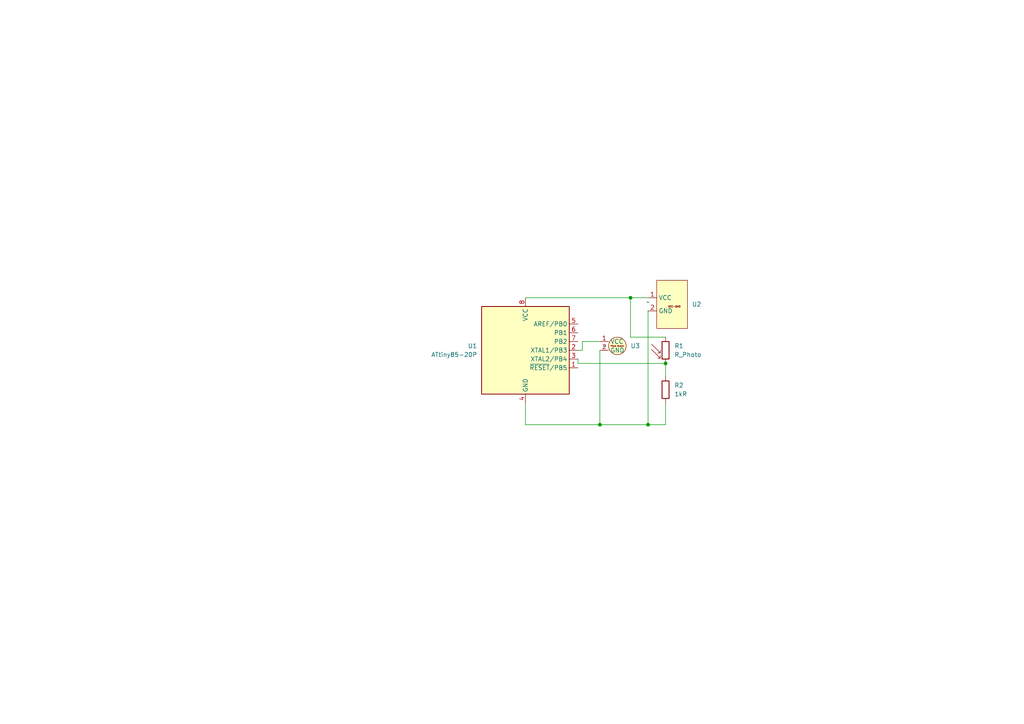
<source format=kicad_sch>
(kicad_sch (version 20230121) (generator eeschema)
  (paper "A4")
  (lib_symbols
    (symbol "Custom_Symbol_Lib:Piezo_Buzzer"
      (property "Reference" "U" (at -1.27 0 0))
      (symbol "Piezo_Buzzer_1_1"
        (circle (center 3.81 0) (radius 2.54) (fill (type background)))
        (text "Piezo Buzzer" (at 3.81 0 0) (effects (font (size 0.4 0.4))))
        (pin power_in line (at -1.27 1.27 0) (length 2.54) (name "VCC") (number "1"))
        (pin power_out line (at -1.27 -1.27 0) (length 2.54) (name "GND") (number "2"))
      )
    )
    (symbol "Custom_Symbol_Lib:Power-Source"
      (property "Reference" "U" (at 0 0 0))
      (symbol "Power-Source_1_1"
        (rectangle (start 2.54 6.35) (end 11.43 -7.62) (fill (type background)))
        (text "VCC-GND" (at 7.62 -1.27 0) (effects (font (size 0.5 0.5))))
        (pin power_in line (at 0 1.27 0) (length 2.54) (name "VCC") (number "1"))
        (pin power_out line (at 0 -2.54 0) (length 2.54) (name "GND") (number "2"))
      )
    )
    (symbol "Device:R" (pin_numbers hide) (pin_names (offset 0))
      (property "Reference" "R" (at 2.032 0 90))
      (property "Value" "R" (at 0 0 90))
      (symbol "R_0_1"
        (rectangle (start -1.016 -2.54) (end 1.016 2.54) (stroke (width 0.254)))
      )
      (symbol "R_1_1"
        (pin passive line (at 0 3.81 270) (length 1.27) (name "~") (number "1"))
        (pin passive line (at 0 -3.81 90) (length 1.27) (name "~") (number "2"))
      )
    )
    (symbol "Device:R_Photo" (pin_numbers hide) (pin_names (offset 0))
      (property "Reference" "R" (at 1.27 1.27 0))
      (property "Value" "R_Photo" (at 1.27 0 0))
      (symbol "R_Photo_0_1"
        (rectangle (start -1.016 2.54) (end 1.016 -2.54) (stroke (width 0.254)))
        (polyline (pts (xy -1.524 -2.286) (xy -4.064 0.254)))
        (polyline (pts (xy -1.524 -2.286) (xy -2.286 -2.286)))
        (polyline (pts (xy -1.524 -2.286) (xy -1.524 -1.524)))
        (polyline (pts (xy -1.524 -0.762) (xy -4.064 1.778)))
        (polyline (pts (xy -1.524 -0.762) (xy -2.286 -0.762)))
        (polyline (pts (xy -1.524 -0.762) (xy -1.524 0)))
      )
      (symbol "R_Photo_1_1"
        (pin passive line (at 0 3.81 270) (length 1.27) (name "~") (number "1"))
        (pin passive line (at 0 -3.81 90) (length 1.27) (name "~") (number "2"))
      )
    )
    (symbol "MCU_Microchip_ATtiny:ATtiny85-20P"
      (property "Reference" "U" (at -12.7 13.97 0))
      (property "Value" "ATtiny85-20P" (at 2.54 -13.97 0))
      (symbol "ATtiny85-20P_0_1"
        (rectangle (start -12.7 -12.7) (end 12.7 12.7) (stroke (width 0.254)) (fill (type background)))
      )
      (symbol "ATtiny85-20P_1_1"
        (pin bidirectional line (at 15.24 -5.08 180) (length 2.54) (name "~{RESET}/PB5") (number "1"))
        (pin bidirectional line (at 15.24 0 180) (length 2.54) (name "XTAL1/PB3") (number "2"))
        (pin bidirectional line (at 15.24 -2.54 180) (length 2.54) (name "XTAL2/PB4") (number "3"))
        (pin power_in line (at 0 -15.24 90) (length 2.54) (name "GND") (number "4"))
        (pin bidirectional line (at 15.24 7.62 180) (length 2.54) (name "AREF/PB0") (number "5"))
        (pin bidirectional line (at 15.24 5.08 180) (length 2.54) (name "PB1") (number "6"))
        (pin bidirectional line (at 15.24 2.54 180) (length 2.54) (name "PB2") (number "7"))
        (pin power_in line (at 0 15.24 270) (length 2.54) (name "VCC") (number "8"))
      )
    )
  )
  (junction (at 193.04 105.41))
  (junction (at 173.99 123.19))
  (junction (at 187.96 123.19))
  (junction (at 182.88 86.36))
  (wire (pts (xy 193.04 116.84) (xy 193.04 123.19)))
  (wire (pts (xy 193.04 105.41) (xy 167.64 105.41)))
  (wire (pts (xy 182.88 97.79) (xy 182.88 86.36)))
  (wire (pts (xy 187.96 123.19) (xy 193.04 123.19)))
  (wire (pts (xy 193.04 97.79) (xy 182.88 97.79)))
  (wire (pts (xy 187.96 90.17) (xy 187.96 123.19)))
  (wire (pts (xy 173.99 101.6) (xy 173.99 123.19)))
  (wire (pts (xy 182.88 86.36) (xy 187.96 86.36)))
  (wire (pts (xy 152.4 86.36) (xy 182.88 86.36)))
  (wire (pts (xy 152.4 123.19) (xy 173.99 123.19)))
  (wire (pts (xy 193.04 105.41) (xy 193.04 109.22)))
  (wire (pts (xy 167.64 105.41) (xy 167.64 104.14)))
  (wire (pts (xy 173.99 99.06) (xy 168.91 99.06)))
  (wire (pts (xy 173.99 123.19) (xy 187.96 123.19)))
  (wire (pts (xy 168.91 99.06) (xy 168.91 101.6)))
  (wire (pts (xy 168.91 101.6) (xy 167.64 101.6)))
  (wire (pts (xy 152.4 123.19) (xy 152.4 116.84)))
  (symbol (lib_id "Custom_Symbol_Lib:Piezo_Buzzer") (at 175.26 100.33 0) (unit 1)
    (property "Reference" "U3" (at 182.88 100.33 0) (effects (justify left)))
    (property "Value" "~" (at 175.26 100.33 0))
    (property "Footprint" "Custom_FP_Lib:Piezo Buzzer" (effects hide))
  )
  (symbol (lib_id "Custom_Symbol_Lib:Power-Source") (at 187.96 87.63 0) (unit 1)
    (property "Reference" "U2" (at 200.66 88.265 0) (effects (justify left)))
    (property "Value" "~" (at 187.96 87.63 0))
    (property "Footprint" "Custom_FP_Lib:Power-Source" (effects hide))
  )
  (symbol (lib_id "Device:R_Photo") (at 193.04 101.6 0) (unit 1)
    (property "Reference" "R1" (at 195.58 100.33 0) (effects (justify left)))
    (property "Value" "R_Photo" (at 195.58 102.87 0) (effects (justify left)))
    (property "Footprint" "Custom_FP_Lib:Through-Hole Cap" (effects hide))
  )
  (symbol (lib_id "Device:R") (at 193.04 113.03 0) (unit 1)
    (property "Reference" "R2" (at 195.58 111.76 0) (effects (justify left)))
    (property "Value" "1kR" (at 195.58 114.3 0) (effects (justify left)))
    (property "Footprint" "Custom_FP_Lib:Through-Hole Resistor" (effects hide))
  )
  (symbol (lib_id "MCU_Microchip_ATtiny:ATtiny85-20P") (at 152.4 101.6 0) (unit 1)
    (property "Reference" "U1" (at 138.43 100.33 0) (effects (justify right)))
    (property "Value" "ATtiny85-20P" (at 138.43 102.87 0) (effects (justify right)))
    (property "Footprint" "Package_DIP:DIP-8_W7.62mm" (effects hide))
    (property "Datasheet" "http://ww1.microchip.com/downloads/en/DeviceDoc/atmel-2586-avr-8-bit-microcontroller-attiny25-attiny45-attiny85_datasheet.pdf" (effects hide))
  )
)
</source>
